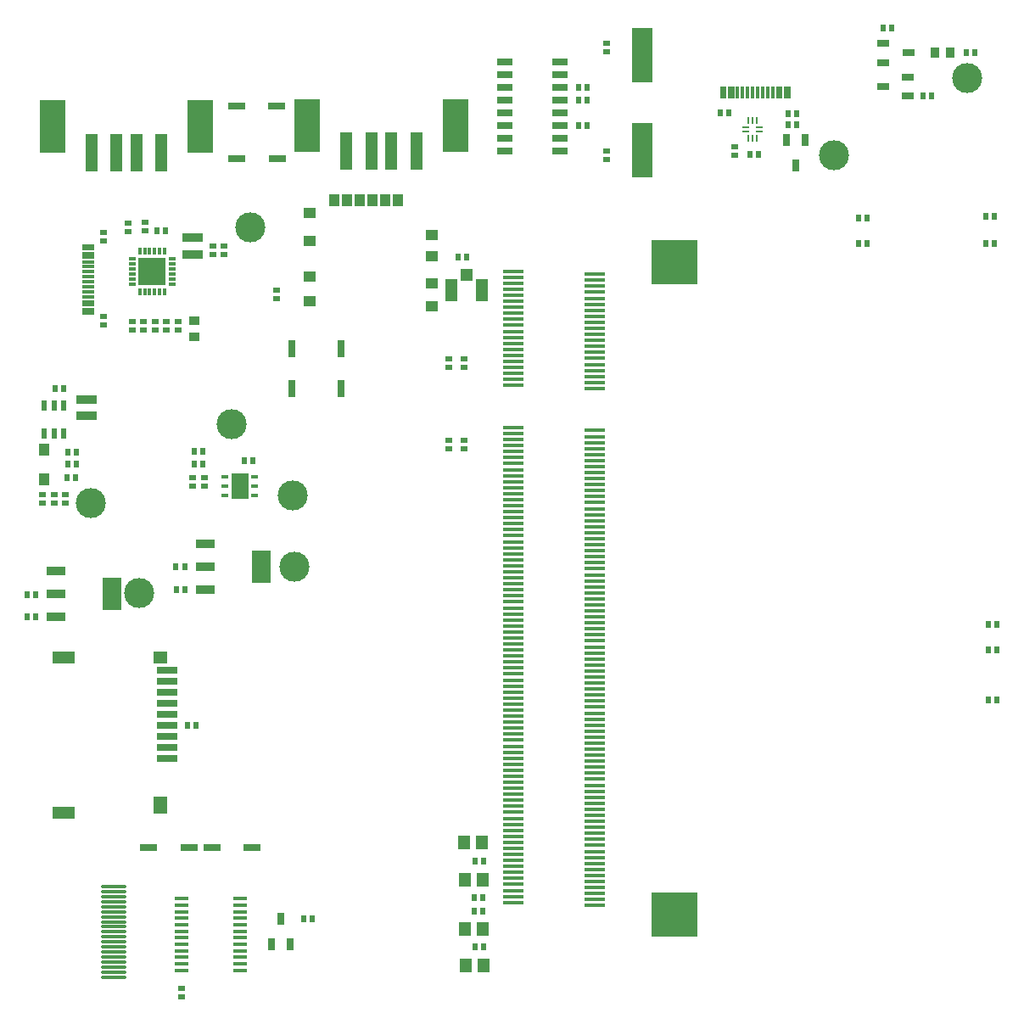
<source format=gtp>
G04*
G04 #@! TF.GenerationSoftware,Altium Limited,Altium Designer,21.1.1 (26)*
G04*
G04 Layer_Color=8421504*
%FSLAX25Y25*%
%MOIN*%
G70*
G04*
G04 #@! TF.SameCoordinates,B5F5DE5B-2645-439E-AC59-352A346880EA*
G04*
G04*
G04 #@! TF.FilePolarity,Positive*
G04*
G01*
G75*
%ADD18R,0.03150X0.07086*%
%ADD19R,0.04567X0.05787*%
%ADD20R,0.02559X0.02362*%
%ADD21R,0.07086X0.03150*%
%ADD22R,0.02362X0.02559*%
%ADD23R,0.06102X0.02559*%
%ADD24R,0.05118X0.01181*%
%ADD25R,0.05118X0.01181*%
%ADD26C,0.11811*%
%ADD27R,0.07874X0.02756*%
%ADD28R,0.07874X0.02755*%
%ADD29R,0.05500X0.05000*%
%ADD30R,0.05500X0.07000*%
%ADD31R,0.09000X0.05000*%
%ADD32R,0.05807X0.01772*%
%ADD33R,0.02756X0.04921*%
%ADD34R,0.07874X0.01378*%
%ADD35O,0.10220X0.01102*%
%ADD36R,0.01181X0.05118*%
%ADD37R,0.04724X0.14961*%
%ADD38R,0.07284X0.03543*%
%ADD39R,0.07284X0.12795*%
%ADD40R,0.03150X0.01575*%
%ADD41R,0.06890X0.09843*%
%ADD42R,0.07874X0.03346*%
%ADD43R,0.03937X0.04921*%
%ADD44R,0.02165X0.03937*%
%ADD45R,0.01181X0.05118*%
%ADD46R,0.03858X0.03661*%
%ADD47R,0.03150X0.01181*%
%ADD48R,0.01181X0.03150*%
%ADD49R,0.11024X0.11024*%
%ADD50R,0.05000X0.03937*%
%ADD51R,0.03937X0.05000*%
%ADD52R,0.04724X0.08662*%
%ADD53R,0.05118X0.05118*%
%ADD54R,0.09843X0.20866*%
%ADD55R,0.07874X0.21654*%
%ADD56R,0.03150X0.00787*%
%ADD57R,0.00787X0.03150*%
%ADD58R,0.03661X0.03858*%
%ADD59R,0.04921X0.02756*%
%ADD60O,0.10220X0.01102*%
%ADD61R,0.18110X0.17717*%
D18*
X130300Y246426D02*
D03*
Y262174D02*
D03*
X111100Y246426D02*
D03*
Y262174D02*
D03*
D19*
X178992Y53600D02*
D03*
X186000D02*
D03*
X179396Y19700D02*
D03*
X186404D02*
D03*
X178992Y34000D02*
D03*
X186000D02*
D03*
X178692Y68000D02*
D03*
X185700D02*
D03*
D20*
X234600Y336500D02*
D03*
Y339846D02*
D03*
Y382246D02*
D03*
Y378900D02*
D03*
X67633Y10900D02*
D03*
Y7553D02*
D03*
X76700Y211500D02*
D03*
Y208154D02*
D03*
X72000D02*
D03*
Y211500D02*
D03*
X22100Y204700D02*
D03*
Y201354D02*
D03*
X17600Y204700D02*
D03*
Y201354D02*
D03*
X13100Y204673D02*
D03*
Y201327D02*
D03*
X66400Y269500D02*
D03*
Y272847D02*
D03*
X61800Y269483D02*
D03*
Y272830D02*
D03*
X57300Y272830D02*
D03*
Y269483D02*
D03*
X52800D02*
D03*
Y272830D02*
D03*
X48300D02*
D03*
Y269483D02*
D03*
X105100Y285246D02*
D03*
Y281900D02*
D03*
X84400Y299153D02*
D03*
Y302500D02*
D03*
X79900Y299153D02*
D03*
Y302500D02*
D03*
X53500Y308300D02*
D03*
Y311647D02*
D03*
X46800Y308254D02*
D03*
Y311600D02*
D03*
X37200Y274873D02*
D03*
Y271527D02*
D03*
X37200Y304554D02*
D03*
Y307900D02*
D03*
X285092Y338268D02*
D03*
Y341615D02*
D03*
X178700Y258073D02*
D03*
Y254727D02*
D03*
X172800Y258100D02*
D03*
Y254753D02*
D03*
X172700Y222654D02*
D03*
Y226000D02*
D03*
X178800D02*
D03*
Y222654D02*
D03*
D21*
X105074Y357300D02*
D03*
X89326D02*
D03*
X54826Y66100D02*
D03*
X70574D02*
D03*
X95374D02*
D03*
X79626D02*
D03*
X105274Y336800D02*
D03*
X89526D02*
D03*
D22*
X73418Y114224D02*
D03*
X70072D02*
D03*
X118973Y38200D02*
D03*
X115627D02*
D03*
X186100Y41100D02*
D03*
X182754D02*
D03*
X186500Y60900D02*
D03*
X183153D02*
D03*
X186473Y27000D02*
D03*
X183127D02*
D03*
X186100Y46400D02*
D03*
X182754D02*
D03*
X10500Y156684D02*
D03*
X7153D02*
D03*
X10500Y165600D02*
D03*
X7153D02*
D03*
X69000Y167600D02*
D03*
X65654D02*
D03*
X68900Y176300D02*
D03*
X65553D02*
D03*
X76000Y221700D02*
D03*
X72654D02*
D03*
X76047Y216800D02*
D03*
X72700D02*
D03*
X95600Y218200D02*
D03*
X92254D02*
D03*
X21347Y246400D02*
D03*
X18000D02*
D03*
X26247Y221300D02*
D03*
X22900D02*
D03*
Y216800D02*
D03*
X26247D02*
D03*
X22800Y211500D02*
D03*
X26147D02*
D03*
X57954Y308400D02*
D03*
X61300D02*
D03*
X176354Y298280D02*
D03*
X179700D02*
D03*
X223700Y364900D02*
D03*
X227046D02*
D03*
X223700Y359900D02*
D03*
X227046D02*
D03*
X223800Y349900D02*
D03*
X227147D02*
D03*
X309492Y350068D02*
D03*
X306146D02*
D03*
X279346Y354768D02*
D03*
X282692D02*
D03*
X309492Y354569D02*
D03*
X306146D02*
D03*
X294292Y338369D02*
D03*
X290946D02*
D03*
X376153Y378300D02*
D03*
X379500D02*
D03*
X343454Y388200D02*
D03*
X346800D02*
D03*
X362546Y361360D02*
D03*
X359200D02*
D03*
X336900Y313500D02*
D03*
X333554D02*
D03*
X336900Y303600D02*
D03*
X333554D02*
D03*
X384753Y124000D02*
D03*
X388100D02*
D03*
X384600Y143700D02*
D03*
X387947D02*
D03*
X383700Y303300D02*
D03*
X387047D02*
D03*
X387000Y314000D02*
D03*
X383653D02*
D03*
X387947Y153900D02*
D03*
X384600D02*
D03*
D23*
X194772Y339900D02*
D03*
Y344900D02*
D03*
Y374900D02*
D03*
Y369900D02*
D03*
Y364900D02*
D03*
Y359900D02*
D03*
Y354900D02*
D03*
Y349900D02*
D03*
X216228Y339900D02*
D03*
Y344900D02*
D03*
Y349900D02*
D03*
Y354900D02*
D03*
Y359900D02*
D03*
Y364900D02*
D03*
Y369900D02*
D03*
Y374900D02*
D03*
D24*
X30928Y302589D02*
D03*
X30928Y299439D02*
D03*
Y298258D02*
D03*
X30932Y296290D02*
D03*
Y284480D02*
D03*
X30928Y280542D02*
D03*
X30928Y277392D02*
D03*
X30928Y276211D02*
D03*
D25*
X30928Y301408D02*
D03*
Y294321D02*
D03*
Y292353D02*
D03*
Y290384D02*
D03*
Y288416D02*
D03*
Y286447D02*
D03*
Y282510D02*
D03*
X30928Y279360D02*
D03*
D26*
X111500Y204500D02*
D03*
X51000Y166000D02*
D03*
X112000Y176400D02*
D03*
X87300Y232600D02*
D03*
X94700Y309900D02*
D03*
X32200Y201354D02*
D03*
X323970Y338230D02*
D03*
X376300Y368300D02*
D03*
D27*
X62023Y101218D02*
D03*
X62016Y105547D02*
D03*
X62023Y109864D02*
D03*
Y118518D02*
D03*
Y122842D02*
D03*
Y127159D02*
D03*
Y131482D02*
D03*
Y135828D02*
D03*
D28*
Y114191D02*
D03*
D29*
X59510Y140740D02*
D03*
D30*
Y82740D02*
D03*
D31*
X21510Y79740D02*
D03*
Y140740D02*
D03*
D32*
X90767Y17925D02*
D03*
Y20484D02*
D03*
Y23043D02*
D03*
Y25602D02*
D03*
Y28161D02*
D03*
Y30720D02*
D03*
Y33279D02*
D03*
Y35839D02*
D03*
Y38398D02*
D03*
Y40957D02*
D03*
Y43516D02*
D03*
Y46075D02*
D03*
X67633D02*
D03*
Y43516D02*
D03*
Y40957D02*
D03*
Y38398D02*
D03*
Y35839D02*
D03*
Y33279D02*
D03*
Y30720D02*
D03*
Y28161D02*
D03*
Y25602D02*
D03*
Y23043D02*
D03*
Y20484D02*
D03*
Y17925D02*
D03*
D33*
X106700Y38021D02*
D03*
X110440Y28179D02*
D03*
X102960D02*
D03*
X312832Y344090D02*
D03*
X305352D02*
D03*
X309092Y334247D02*
D03*
D34*
X197916Y124854D02*
D03*
Y127216D02*
D03*
Y292571D02*
D03*
X230200Y291390D02*
D03*
X197916Y290209D02*
D03*
X230200Y289028D02*
D03*
X197916Y287846D02*
D03*
X230200Y286665D02*
D03*
X197916Y285484D02*
D03*
X230200Y284303D02*
D03*
X197916Y283122D02*
D03*
X230200Y281941D02*
D03*
X197916Y280760D02*
D03*
X230200Y279579D02*
D03*
X197916Y278398D02*
D03*
X230200Y277217D02*
D03*
X197916Y276035D02*
D03*
X230200Y274854D02*
D03*
X197916Y273673D02*
D03*
X230200Y272492D02*
D03*
X197916Y271311D02*
D03*
X230200Y270130D02*
D03*
X197916Y268949D02*
D03*
X230200Y267768D02*
D03*
X197916Y266587D02*
D03*
X230200Y265406D02*
D03*
X197916Y264224D02*
D03*
X230200Y263043D02*
D03*
X197916Y261862D02*
D03*
X230200Y260681D02*
D03*
X197916Y259500D02*
D03*
X230200Y258319D02*
D03*
X197916Y257138D02*
D03*
X230200Y255957D02*
D03*
X197916Y254776D02*
D03*
X230200Y253594D02*
D03*
X197916Y252413D02*
D03*
X230200Y251232D02*
D03*
X197916Y250051D02*
D03*
X230200Y248870D02*
D03*
X197916Y247689D02*
D03*
X230200Y246508D02*
D03*
X197916Y231153D02*
D03*
X230200Y229972D02*
D03*
X197916Y228791D02*
D03*
X230200Y227610D02*
D03*
X197916Y226429D02*
D03*
X230200Y225248D02*
D03*
X197916Y224067D02*
D03*
X230200Y222886D02*
D03*
X197916Y221705D02*
D03*
X230200Y220524D02*
D03*
X197916Y219342D02*
D03*
X230200Y218161D02*
D03*
X197916Y216980D02*
D03*
X230200Y215799D02*
D03*
X197916Y214618D02*
D03*
X230200Y213437D02*
D03*
X197916Y212256D02*
D03*
X230200Y211075D02*
D03*
X197916Y209894D02*
D03*
X230200Y208713D02*
D03*
X197916Y207531D02*
D03*
X230200Y206350D02*
D03*
X197916Y205169D02*
D03*
X230200Y203988D02*
D03*
X197916Y202807D02*
D03*
X230200Y201626D02*
D03*
X197916Y200445D02*
D03*
X230200Y199264D02*
D03*
X197916Y198083D02*
D03*
X230200Y196902D02*
D03*
X197916Y195721D02*
D03*
X230200Y194539D02*
D03*
X197916Y193358D02*
D03*
X230200Y192177D02*
D03*
X197916Y190996D02*
D03*
X230200Y189815D02*
D03*
X197916Y188634D02*
D03*
X230200Y187453D02*
D03*
X197916Y186272D02*
D03*
X230200Y185091D02*
D03*
X197916Y183909D02*
D03*
X230200Y182728D02*
D03*
X197916Y181547D02*
D03*
X230200Y180366D02*
D03*
X197916Y179185D02*
D03*
X230200Y178004D02*
D03*
X197916Y176823D02*
D03*
X230200Y175642D02*
D03*
X197916Y174461D02*
D03*
X230200Y173280D02*
D03*
X197916Y172098D02*
D03*
X230200Y170917D02*
D03*
X197916Y169736D02*
D03*
X230200Y168555D02*
D03*
X197916Y167374D02*
D03*
X230200Y166193D02*
D03*
X197916Y165012D02*
D03*
X230200Y163831D02*
D03*
X197916Y162650D02*
D03*
X230200Y161469D02*
D03*
X197916Y160287D02*
D03*
X230200Y159106D02*
D03*
X197916Y157925D02*
D03*
X230200Y156744D02*
D03*
X197916Y155563D02*
D03*
X230200Y154382D02*
D03*
X197916Y153201D02*
D03*
X230200Y152020D02*
D03*
X197916Y150839D02*
D03*
X230200Y149657D02*
D03*
X197916Y148476D02*
D03*
X230200Y147295D02*
D03*
X197916Y146114D02*
D03*
X230200Y144933D02*
D03*
X197916Y143752D02*
D03*
X230200Y142571D02*
D03*
X197916Y141390D02*
D03*
X230200Y140209D02*
D03*
X197916Y139028D02*
D03*
X230200Y137847D02*
D03*
X197916Y136665D02*
D03*
X230200Y135484D02*
D03*
X197916Y134303D02*
D03*
X230200Y133122D02*
D03*
X197916Y131941D02*
D03*
X230200Y130760D02*
D03*
X197916Y129579D02*
D03*
X230200Y128398D02*
D03*
Y126035D02*
D03*
Y123673D02*
D03*
X197916Y122492D02*
D03*
X230200Y121311D02*
D03*
X197916Y120130D02*
D03*
X230200Y118949D02*
D03*
X197916Y117768D02*
D03*
X230200Y116587D02*
D03*
X197916Y115405D02*
D03*
X230200Y114224D02*
D03*
X197916Y113043D02*
D03*
X230200Y111862D02*
D03*
X197916Y110681D02*
D03*
X230200Y109500D02*
D03*
X197916Y108319D02*
D03*
X230200Y107138D02*
D03*
X197916Y105957D02*
D03*
X230200Y104776D02*
D03*
X197916Y103595D02*
D03*
X230200Y102413D02*
D03*
X197916Y101232D02*
D03*
X230200Y100051D02*
D03*
X197916Y98870D02*
D03*
X230200Y97689D02*
D03*
X197916Y96508D02*
D03*
X230200Y95327D02*
D03*
X197916Y94146D02*
D03*
X230200Y92965D02*
D03*
X197916Y91783D02*
D03*
X230200Y90602D02*
D03*
X197916Y89421D02*
D03*
X230200Y88240D02*
D03*
X197916Y87059D02*
D03*
X230200Y85878D02*
D03*
X197916Y84697D02*
D03*
X230200Y83516D02*
D03*
X197916Y82335D02*
D03*
X230200Y81154D02*
D03*
X197916Y79972D02*
D03*
X230200Y78791D02*
D03*
X197916Y77610D02*
D03*
X230200Y76429D02*
D03*
X197916Y75248D02*
D03*
X230200Y74067D02*
D03*
X197916Y72886D02*
D03*
X230200Y71705D02*
D03*
X197916Y70524D02*
D03*
X230200Y69342D02*
D03*
X197916Y68161D02*
D03*
X230200Y66980D02*
D03*
X197916Y65799D02*
D03*
X230200Y64618D02*
D03*
X197916Y63437D02*
D03*
X230200Y62256D02*
D03*
X197916Y61075D02*
D03*
X230200Y59894D02*
D03*
X197916Y58713D02*
D03*
X230200Y57531D02*
D03*
X197916Y56350D02*
D03*
X230200Y55169D02*
D03*
X197916Y53988D02*
D03*
X230200Y52807D02*
D03*
X197916Y51626D02*
D03*
X230200Y50445D02*
D03*
X197916Y49264D02*
D03*
X230200Y48083D02*
D03*
X197916Y46902D02*
D03*
X230200Y45720D02*
D03*
X197916Y44539D02*
D03*
X230200Y43358D02*
D03*
D35*
X41205Y15279D02*
D03*
Y19219D02*
D03*
Y50719D02*
D03*
Y46779D02*
D03*
Y44809D02*
D03*
Y40869D02*
D03*
Y36939D02*
D03*
Y34969D02*
D03*
Y21189D02*
D03*
Y25129D02*
D03*
Y29059D02*
D03*
Y31029D02*
D03*
D36*
X290139Y362641D02*
D03*
X292108D02*
D03*
X305100D02*
D03*
X298013D02*
D03*
X296045D02*
D03*
X294076D02*
D03*
X286202D02*
D03*
X283052Y362640D02*
D03*
D37*
X42134Y339245D02*
D03*
X50014D02*
D03*
X159954Y339645D02*
D03*
X150114D02*
D03*
X142234D02*
D03*
X132394Y339645D02*
D03*
X59854Y339245D02*
D03*
X32294Y339245D02*
D03*
D38*
X18355Y174716D02*
D03*
Y165700D02*
D03*
Y156684D02*
D03*
X77055Y185516D02*
D03*
Y176500D02*
D03*
Y167484D02*
D03*
D39*
X40245Y165700D02*
D03*
X98945Y176500D02*
D03*
D40*
X84694Y211840D02*
D03*
Y208100D02*
D03*
Y204360D02*
D03*
X96505D02*
D03*
Y208100D02*
D03*
Y211840D02*
D03*
D41*
X90600Y208100D02*
D03*
D42*
X30500Y235733D02*
D03*
Y242267D02*
D03*
X72000Y299132D02*
D03*
Y305667D02*
D03*
D43*
X13800Y210793D02*
D03*
Y222407D02*
D03*
D44*
X21340Y239912D02*
D03*
X17600Y239912D02*
D03*
X13860Y239912D02*
D03*
X13860Y228888D02*
D03*
X17600Y228888D02*
D03*
X21340Y228888D02*
D03*
D45*
X306281Y362641D02*
D03*
X303131Y362641D02*
D03*
X301950D02*
D03*
X299982Y362637D02*
D03*
X288172D02*
D03*
X284234Y362640D02*
D03*
X281084Y362641D02*
D03*
X279903Y362641D02*
D03*
D46*
X72600Y272963D02*
D03*
Y266900D02*
D03*
D47*
X48310Y297395D02*
D03*
Y295427D02*
D03*
Y293458D02*
D03*
Y291490D02*
D03*
Y289521D02*
D03*
Y287553D02*
D03*
X64058D02*
D03*
Y289521D02*
D03*
Y291490D02*
D03*
Y293458D02*
D03*
Y295427D02*
D03*
Y297395D02*
D03*
D48*
X51263Y284600D02*
D03*
X53232D02*
D03*
X55200D02*
D03*
X57169D02*
D03*
X59137D02*
D03*
X61106D02*
D03*
Y300348D02*
D03*
X59137D02*
D03*
X57169D02*
D03*
X55200D02*
D03*
X53232D02*
D03*
X51263D02*
D03*
D49*
X56184Y292474D02*
D03*
D50*
X166000Y306800D02*
D03*
Y298300D02*
D03*
Y287906D02*
D03*
Y278705D02*
D03*
X117968Y315323D02*
D03*
X117968Y304300D02*
D03*
Y290520D02*
D03*
Y280678D02*
D03*
D51*
X152598Y320520D02*
D03*
X147598D02*
D03*
X142598D02*
D03*
X137598D02*
D03*
X132598D02*
D03*
X127598D02*
D03*
D52*
X185802Y285163D02*
D03*
X173598D02*
D03*
D53*
X179705Y291265D02*
D03*
D54*
X117024Y349882D02*
D03*
X175291D02*
D03*
X16924Y349482D02*
D03*
X75191D02*
D03*
D55*
X248700Y377401D02*
D03*
Y339999D02*
D03*
D56*
X294848Y347481D02*
D03*
Y349056D02*
D03*
X289336D02*
D03*
Y347481D02*
D03*
D57*
X293667Y351812D02*
D03*
X292092D02*
D03*
X290517D02*
D03*
Y344725D02*
D03*
X292092D02*
D03*
X293667D02*
D03*
D58*
X369663Y378300D02*
D03*
X363600D02*
D03*
D59*
X343479Y382040D02*
D03*
Y374560D02*
D03*
X353321Y378300D02*
D03*
X353121Y361360D02*
D03*
Y368840D02*
D03*
X343279Y365100D02*
D03*
D60*
X41205Y48749D02*
D03*
Y42839D02*
D03*
Y38899D02*
D03*
Y17249D02*
D03*
Y23159D02*
D03*
Y27089D02*
D03*
Y32999D02*
D03*
D61*
X261302Y296114D02*
D03*
Y39815D02*
D03*
M02*

</source>
